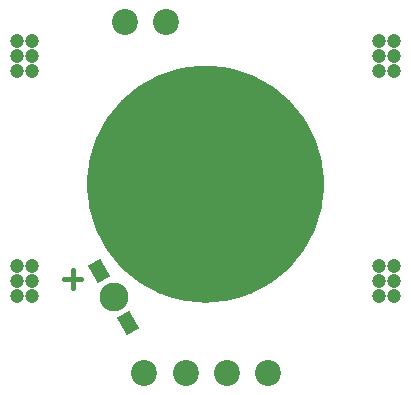
<source format=gbs>
G04*
G04 #@! TF.GenerationSoftware,Altium Limited,Altium Designer,20.1.8 (145)*
G04*
G04 Layer_Color=16711935*
%FSTAX43Y43*%
%MOMM*%
G71*
G04*
G04 #@! TF.SameCoordinates,4F0FCE7A-41FC-4E90-8E0B-8DC11F55BA44*
G04*
G04*
G04 #@! TF.FilePolarity,Negative*
G04*
G01*
G75*
%ADD15C,2.200*%
%ADD16C,1.200*%
%ADD17C,2.450*%
%ADD26C,0.000*%
%ADD27C,0.400*%
G04:AMPARAMS|DCode=28|XSize=1.7mm|YSize=1.2mm|CornerRadius=0mm|HoleSize=0mm|Usage=FLASHONLY|Rotation=300.000|XOffset=0mm|YOffset=0mm|HoleType=Round|Shape=Rectangle|*
%AMROTATEDRECTD28*
4,1,4,-0.945,0.436,0.095,1.036,0.945,-0.436,-0.095,-1.036,-0.945,0.436,0.0*
%
%ADD28ROTATEDRECTD28*%

G36*
X0095449Y0097554D02*
Y0097063D01*
X0095545Y0096085D01*
X0095737Y0095121D01*
X0096022Y0094181D01*
X0096398Y0093273D01*
X0096861Y0092407D01*
X0097407Y009159D01*
X0098031Y009083D01*
X0098725Y0090136D01*
X0099485Y0089512D01*
X0100302Y0088966D01*
X0101168Y0088503D01*
X0102076Y0088127D01*
X0103016Y0087842D01*
X010398Y008765D01*
X0104958Y0087554D01*
X0105449D01*
X010594D01*
X0106918Y008765D01*
X0107882Y0087842D01*
X0108822Y0088127D01*
X010973Y0088503D01*
X0110596Y0088966D01*
X0111413Y0089512D01*
X0112173Y0090136D01*
X0112867Y009083D01*
X0113491Y009159D01*
X0114037Y0092407D01*
X01145Y0093273D01*
X0114876Y0094181D01*
X0115161Y0095121D01*
X0115353Y0096085D01*
X0115449Y0097063D01*
Y0097554D01*
Y0098045D01*
X0115353Y0099023D01*
X0115161Y0099987D01*
X0114876Y0100927D01*
X01145Y0101835D01*
X0114037Y0102701D01*
X0113491Y0103518D01*
X0112867Y0104278D01*
X0112173Y0104972D01*
X0111413Y0105596D01*
X0110596Y0106142D01*
X010973Y0106605D01*
X0108822Y0106981D01*
X0107882Y0107266D01*
X0106918Y0107458D01*
X010594Y0107554D01*
X0105449D01*
X0104958D01*
X010398Y0107458D01*
X0103016Y0107266D01*
X0102076Y0106981D01*
X0101168Y0106605D01*
X0100302Y0106142D01*
X0099485Y0105596D01*
X0098725Y0104972D01*
X0098031Y0104278D01*
X0097407Y0103518D01*
X0096861Y0102701D01*
X0096398Y0101835D01*
X0096022Y0100927D01*
X0095737Y0099987D01*
X0095545Y0099023D01*
X0095449Y0098045D01*
Y0097554D01*
D01*
D02*
G37*
D15*
X0098599Y0111279D02*
D03*
X0102099D02*
D03*
X0103774Y0081604D02*
D03*
X0100274D02*
D03*
X0107274D02*
D03*
X0110774D02*
D03*
D16*
X0089479Y0090648D02*
D03*
X0090749D02*
D03*
X0089479Y0089378D02*
D03*
X0090749D02*
D03*
X0089479Y0088108D02*
D03*
X0090749D02*
D03*
X0089479Y0109648D02*
D03*
X0090749D02*
D03*
X0089479Y0108378D02*
D03*
X0090749D02*
D03*
X0089479Y0107108D02*
D03*
X0090749D02*
D03*
X0120149Y0090648D02*
D03*
X0121419D02*
D03*
X0120149Y0089378D02*
D03*
X0121419D02*
D03*
X0120149Y0088108D02*
D03*
X0121419D02*
D03*
X0120149Y0109648D02*
D03*
X0121419D02*
D03*
X0120149Y0108378D02*
D03*
X0121419D02*
D03*
X0120149Y0107108D02*
D03*
X0121419D02*
D03*
D17*
X0097661Y0088016D02*
D03*
D26*
X0115449Y0097554D02*
G03*
X0115449Y0097554I-001J0D01*
G01*
D27*
X0093449Y0089554D02*
X0094949D01*
X0094199Y0088804D02*
Y0090304D01*
D28*
X0096399Y0090202D02*
D03*
X0098924Y0085829D02*
D03*
M02*

</source>
